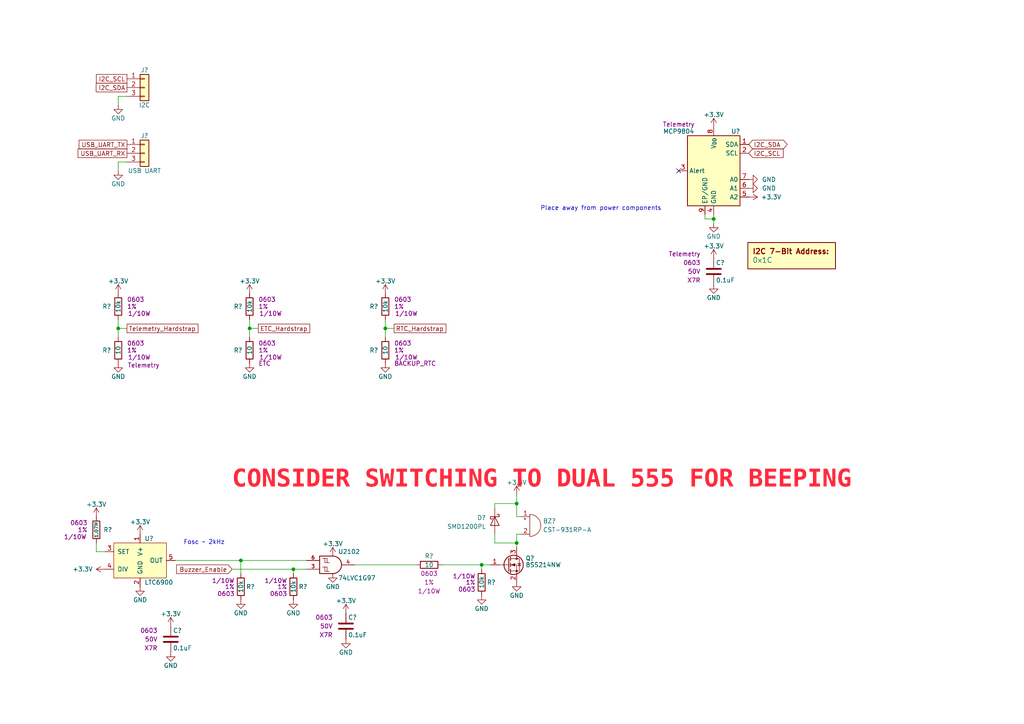
<source format=kicad_sch>
(kicad_sch (version 20230121) (generator eeschema)
  (paper "A4")
  (lib_symbols
    (symbol "Connector_Generic:Conn_01x03" (pin_names (offset 1.016) hide)
      (property "Reference" "J" (at 0 5.08 0))
      (property "Value" "Conn_01x03" (at 0 -5.08 0))
      (symbol "Conn_01x03_1_1"
        (rectangle (start -1.27 -2.413) (end 0 -2.667) (stroke (width 0.1524)))
        (rectangle (start -1.27 0.127) (end 0 -0.127) (stroke (width 0.1524)))
        (rectangle (start -1.27 2.667) (end 0 2.413) (stroke (width 0.1524)))
        (rectangle (start -1.27 3.81) (end 1.27 -3.81) (stroke (width 0.254)) (fill (type background)))
        (pin passive line (at -5.08 2.54 0) (length 3.81) (name "Pin_1") (number "1"))
        (pin passive line (at -5.08 0 0) (length 3.81) (name "Pin_2") (number "2"))
        (pin passive line (at -5.08 -2.54 0) (length 3.81) (name "Pin_3") (number "3"))
      )
    )
    (symbol "Custom Library:74LVC1G97_Power_AND" (pin_names (offset 1.016) hide)
      (property "Reference" "U" (at 1.524 3.81 0))
      (property "Value" "74LVC1G97_Power_AND" (at 1.524 -3.81 0))
      (symbol "74LVC1G97_Power_AND_1_1"
        (arc (start 0 -2.54) (mid 2.529 0) (end 0 2.54) (stroke (width 0.254)))
        (polyline (pts (xy -2.286 -0.635) (xy -1.651 -0.635) (xy -1.651 -1.905)))
        (polyline (pts (xy -2.286 1.905) (xy -1.651 1.905) (xy -1.651 0.635)))
        (polyline (pts (xy -2.921 -0.635) (xy -2.286 -0.635) (xy -2.286 -1.905) (xy -1.016 -1.905)))
        (polyline (pts (xy -2.921 1.905) (xy -2.286 1.905) (xy -2.286 0.635) (xy -1.016 0.635)))
        (polyline (pts (xy 0 -2.54) (xy -3.81 -2.54) (xy -3.81 2.54) (xy 0 2.54)) (stroke (width 0.254)))
        (pin power_in line (at 0 -2.54 270) (length 0) (name "GND") (number "1"))
        (pin power_in line (at 0 -2.54 270) (length 0) (name "GND") (number "2"))
        (pin input line (at -7.62 -1.27 0) (length 3.81) (name "~") (number "3"))
        (pin output line (at 6.35 0 180) (length 3.81) (name "~") (number "4"))
        (pin power_in line (at 0 2.54 90) (length 0) (name "VCC") (number "5"))
        (pin input line (at -7.62 1.27 0) (length 3.81) (name "~") (number "6"))
      )
    )
    (symbol "Custom_Library:C_Custom" (pin_numbers hide) (pin_names (offset 0.254))
      (property "Reference" "C" (at 0.635 2.54 0))
      (property "Value" "Custom_Library_C_Custom" (at 0.635 -2.54 0))
      (property "display_footprint" "Foot" (at -3.81 2.54 0))
      (property "Voltage" "V" (at -3.81 0 0))
      (property "Dielectric" "Er" (at -3.81 -2.54 0))
      (symbol "C_Custom_0_1"
        (polyline (pts (xy -2.032 -0.762) (xy 2.032 -0.762)) (stroke (width 0.508)))
        (polyline (pts (xy -2.032 0.762) (xy 2.032 0.762)) (stroke (width 0.508)))
      )
      (symbol "C_Custom_1_1"
        (pin passive line (at 0 3.81 270) (length 2.794) (name "~") (number "1"))
        (pin passive line (at 0 -3.81 90) (length 2.794) (name "~") (number "2"))
      )
    )
    (symbol "Custom_Library:I2C_Address" (pin_names (offset 1.016))
      (property "Value" "Custom_Library_I2C_Address" (at -11.43 0 0))
      (symbol "I2C_Address_0_0"
        (rectangle (start -12.7 5.08) (end 12.7 -2.54) (stroke (width 0.254)) (fill (type background)))
        (text "I2C 7-Bit Address:" (at -11.43 2.54 0) (effects (font (size 1.524 1.524) bold) (justify left)))
      )
    )
    (symbol "Custom_Library:LTC6900" (pin_names (offset 1.016))
      (property "Reference" "U" (at 1.27 6.35 0))
      (property "Value" "Custom_Library_LTC6900" (at 1.27 -6.35 0))
      (symbol "LTC6900_0_1"
        (rectangle (start -7.62 5.08) (end 7.62 -5.08) (fill (type background)))
      )
      (symbol "LTC6900_1_1"
        (pin power_in line (at 0 7.62 270) (length 2.54) (name "V+") (number "1"))
        (pin power_in line (at 0 -7.62 90) (length 2.54) (name "GND") (number "2"))
        (pin passive line (at -10.16 2.54 0) (length 2.54) (name "SET") (number "3"))
        (pin passive line (at -10.16 -2.54 0) (length 2.54) (name "DIV") (number "4"))
        (pin output line (at 10.16 0 180) (length 2.54) (name "OUT") (number "5"))
      )
    )
    (symbol "Custom_Library:R_Custom" (pin_numbers hide) (pin_names (offset 1.016) hide)
      (property "Reference" "R" (at -2.54 0 90))
      (property "Value" "Custom_Library_R_Custom" (at 0 0 90))
      (property "display_footprint" "Foot" (at 2.54 0 90))
      (property "Tolerance" "Tol" (at 5.08 0 90))
      (property "Wattage" "W" (at 7.62 0 90))
      (symbol "R_Custom_0_1"
        (rectangle (start 1.016 2.54) (end -1.016 -2.54) (stroke (width 0.254)))
      )
      (symbol "R_Custom_1_1"
        (pin passive line (at 0 3.81 270) (length 1.27) (name "1") (number "1"))
        (pin passive line (at 0 -3.81 90) (length 1.27) (name "2") (number "2"))
      )
    )
    (symbol "Device:Buzzer" (pin_names (offset 0.0254) hide)
      (property "Reference" "BZ" (at 3.81 1.27 0))
      (property "Value" "Buzzer" (at 3.81 -1.27 0))
      (symbol "Buzzer_0_1"
        (arc (start 0 -3.175) (mid 3.1612 0) (end 0 3.175))
        (polyline (pts (xy -1.651 1.905) (xy -1.143 1.905)))
        (polyline (pts (xy -1.397 2.159) (xy -1.397 1.651)))
        (polyline (pts (xy 0 3.175) (xy 0 -3.175)))
      )
      (symbol "Buzzer_1_1"
        (pin passive line (at -2.54 2.54 0) (length 2.54) (name "-") (number "1"))
        (pin passive line (at -2.54 -2.54 0) (length 2.54) (name "+") (number "2"))
      )
    )
    (symbol "Nixie-Clock-rescue:D_Schottky" (pin_numbers hide) (pin_names (offset 1.016) hide)
      (property "Reference" "D" (at 0 2.54 0))
      (property "Value" "D_Schottky" (at 0 -2.54 0))
      (symbol "D_Schottky_0_1"
        (polyline (pts (xy 1.27 0) (xy -1.27 0)))
        (polyline (pts (xy 1.27 1.27) (xy 1.27 -1.27) (xy -1.27 0) (xy 1.27 1.27)) (stroke (width 0.2032)))
        (polyline (pts (xy -1.905 0.635) (xy -1.905 1.27) (xy -1.27 1.27) (xy -1.27 -1.27) (xy -0.635 -1.27) (xy -0.635 -0.635)) (stroke (width 0.2032)))
      )
      (symbol "D_Schottky_1_1"
        (pin passive line (at -3.81 0 0) (length 2.54) (name "K") (number "1"))
        (pin passive line (at 3.81 0 180) (length 2.54) (name "A") (number "2"))
      )
    )
    (symbol "Sensor_Temperature:MCP9804_DFN"
      (property "Reference" "U" (at -6.35 11.43 0))
      (property "Value" "MCP9804_DFN" (at 10.16 11.43 0))
      (symbol "MCP9804_DFN_0_1"
        (rectangle (start -7.62 10.16) (end 7.62 -10.16) (stroke (width 0.254)) (fill (type background)))
      )
      (symbol "MCP9804_DFN_1_1"
        (pin bidirectional line (at -10.16 7.62 0) (length 2.54) (name "SDA") (number "1"))
        (pin input line (at -10.16 5.08 0) (length 2.54) (name "SCL") (number "2"))
        (pin output line (at 10.16 0 180) (length 2.54) (name "Alert") (number "3"))
        (pin power_in line (at 0 -12.7 90) (length 2.54) (name "GND") (number "4"))
        (pin input line (at -10.16 -7.62 0) (length 2.54) (name "A2") (number "5"))
        (pin input line (at -10.16 -5.08 0) (length 2.54) (name "A1") (number "6"))
        (pin input line (at -10.16 -2.54 0) (length 2.54) (name "A0") (number "7"))
        (pin power_in line (at 0 12.7 270) (length 2.54) (name "V_{DD}") (number "8"))
        (pin power_in line (at 2.54 -12.7 90) (length 2.54) (name "EP/GND") (number "9"))
      )
    )
    (symbol "Transistor_FET:BSS214NW" (pin_names hide)
      (property "Reference" "Q" (at 5.08 1.905 0))
      (property "Value" "BSS214NW" (at 5.08 0 0))
      (symbol "BSS214NW_0_1"
        (polyline (pts (xy 0.254 0) (xy -2.54 0)))
        (polyline (pts (xy 0.254 1.905) (xy 0.254 -1.905)) (stroke (width 0.254)))
        (polyline (pts (xy 0.762 -1.27) (xy 0.762 -2.286)) (stroke (width 0.254)))
        (polyline (pts (xy 0.762 0.508) (xy 0.762 -0.508)) (stroke (width 0.254)))
        (polyline (pts (xy 0.762 2.286) (xy 0.762 1.27)) (stroke (width 0.254)))
        (polyline (pts (xy 2.54 2.54) (xy 2.54 1.778)))
        (polyline (pts (xy 2.54 -2.54) (xy 2.54 0) (xy 0.762 0)))
        (polyline (pts (xy 0.762 -1.778) (xy 3.302 -1.778) (xy 3.302 1.778) (xy 0.762 1.778)))
        (polyline (pts (xy 1.016 0) (xy 2.032 0.381) (xy 2.032 -0.381) (xy 1.016 0)) (fill (type outline)))
        (polyline (pts (xy 2.794 0.508) (xy 2.921 0.381) (xy 3.683 0.381) (xy 3.81 0.254)))
        (polyline (pts (xy 3.302 0.381) (xy 2.921 -0.254) (xy 3.683 -0.254) (xy 3.302 0.381)))
        (circle (center 1.651 0) (radius 2.794) (stroke (width 0.254)))
        (circle (center 2.54 -1.778) (radius 0.254) (fill (type outline)))
        (circle (center 2.54 1.778) (radius 0.254) (fill (type outline)))
      )
      (symbol "BSS214NW_1_1"
        (pin input line (at -5.08 0 0) (length 2.54) (name "G") (number "1"))
        (pin passive line (at 2.54 -5.08 90) (length 2.54) (name "S") (number "2"))
        (pin passive line (at 2.54 5.08 270) (length 2.54) (name "D") (number "3"))
      )
    )
    (symbol "power:+3.3V" (power) (pin_names (offset 0))
      (property "Value" "+3.3V" (at 0 3.556 0))
      (symbol "+3.3V_0_1"
        (polyline (pts (xy -0.762 1.27) (xy 0 2.54)))
        (polyline (pts (xy 0 0) (xy 0 2.54)))
        (polyline (pts (xy 0 2.54) (xy 0.762 1.27)))
      )
      (symbol "+3.3V_1_1"
        (pin power_in line (at 0 0 90) (length 0) hide (name "+3.3V") (number "1"))
      )
    )
    (symbol "power:GND" (power) (pin_names (offset 0))
      (property "Value" "GND" (at 0 -3.81 0))
      (symbol "GND_0_1"
        (polyline (pts (xy 0 0) (xy 0 -1.27) (xy 1.27 -1.27) (xy 0 -2.54) (xy -1.27 -1.27) (xy 0 -1.27)))
      )
      (symbol "GND_1_1"
        (pin power_in line (at 0 0 270) (length 0) hide (name "GND") (number "1"))
      )
    )
  )
  (junction (at 111.76 95.25))
  (junction (at 149.86 146.05))
  (junction (at 139.7 163.83))
  (junction (at 85.09 165.1))
  (junction (at 69.85 162.56))
  (junction (at 207.01 63.5))
  (junction (at 34.29 95.25))
  (junction (at 149.86 157.48))
  (junction (at 72.39 95.25))
  (no_connect (at 196.85 49.53))
  (wire (pts (xy 27.94 160.02) (xy 30.48 160.02)))
  (wire (pts (xy 143.51 154.94) (xy 143.51 157.48)))
  (wire (pts (xy 88.9 165.1) (xy 85.09 165.1)))
  (wire (pts (xy 69.85 162.56) (xy 88.9 162.56)))
  (wire (pts (xy 149.86 149.86) (xy 149.86 146.05)))
  (wire (pts (xy 143.51 157.48) (xy 149.86 157.48)))
  (wire (pts (xy 72.39 95.25) (xy 72.39 97.79)))
  (wire (pts (xy 204.47 63.5) (xy 204.47 62.23)))
  (wire (pts (xy 149.86 143.51) (xy 149.86 146.05)))
  (wire (pts (xy 207.01 63.5) (xy 204.47 63.5)))
  (wire (pts (xy 72.39 92.71) (xy 72.39 95.25)))
  (wire (pts (xy 128.27 163.83) (xy 139.7 163.83)))
  (wire (pts (xy 149.86 157.48) (xy 149.86 158.75)))
  (wire (pts (xy 27.94 157.48) (xy 27.94 160.02)))
  (wire (pts (xy 151.13 149.86) (xy 149.86 149.86)))
  (wire (pts (xy 34.29 49.53) (xy 34.29 46.99)))
  (wire (pts (xy 69.85 166.37) (xy 69.85 162.56)))
  (wire (pts (xy 34.29 27.94) (xy 36.83 27.94)))
  (wire (pts (xy 34.29 92.71) (xy 34.29 95.25)))
  (wire (pts (xy 34.29 46.99) (xy 36.83 46.99)))
  (wire (pts (xy 207.01 64.77) (xy 207.01 63.5)))
  (wire (pts (xy 85.09 165.1) (xy 67.31 165.1)))
  (wire (pts (xy 143.51 147.32) (xy 143.51 146.05)))
  (wire (pts (xy 111.76 92.71) (xy 111.76 95.25)))
  (wire (pts (xy 143.51 146.05) (xy 149.86 146.05)))
  (wire (pts (xy 85.09 166.37) (xy 85.09 165.1)))
  (wire (pts (xy 139.7 163.83) (xy 139.7 165.1)))
  (wire (pts (xy 74.93 95.25) (xy 72.39 95.25)))
  (wire (pts (xy 34.29 95.25) (xy 34.29 97.79)))
  (wire (pts (xy 149.86 154.94) (xy 149.86 157.48)))
  (wire (pts (xy 207.01 63.5) (xy 207.01 62.23)))
  (wire (pts (xy 111.76 95.25) (xy 111.76 97.79)))
  (wire (pts (xy 151.13 154.94) (xy 149.86 154.94)))
  (wire (pts (xy 120.65 163.83) (xy 102.87 163.83)))
  (wire (pts (xy 34.29 30.48) (xy 34.29 27.94)))
  (wire (pts (xy 142.24 163.83) (xy 139.7 163.83)))
  (wire (pts (xy 114.3 95.25) (xy 111.76 95.25)))
  (wire (pts (xy 50.8 162.56) (xy 69.85 162.56)))
  (wire (pts (xy 36.83 95.25) (xy 34.29 95.25)))
  (text "Fosc ~ 2kHz" (at 53.213 158.115 0) (effects (font (size 1.27 1.27)) (justify left bottom)))
  (text "Place away from power components" (at 156.718 61.214 0) (effects (font (size 1.27 1.27)) (justify left bottom)))
  (text "CONSIDER SWITCHING TO DUAL 555 FOR BEEPING" (at 67.31 143.51 0) (effects (font (size 5.08 5.08) (thickness 0.254) bold) (justify left bottom)))
  (global_label "USB_UART_RX" (shape passive) (at 36.83 44.45 180) (property "Intersheetrefs" "${INTERSHEET_REFS}" (effects hide)))
  (global_label "USB_UART_TX" (shape passive) (at 36.83 41.91 180) (property "Intersheetrefs" "${INTERSHEET_REFS}" (effects hide)))
  (global_label "ETC_Hardstrap" (shape passive) (at 74.93 95.25 0) (property "Intersheetrefs" "${INTERSHEET_REFS}" (effects hide)))
  (global_label "I2C_SDA" (shape bidirectional) (at 217.17 41.91 0) (property "Intersheetrefs" "${INTERSHEET_REFS}" (effects hide)))
  (global_label "RTC_Hardstrap" (shape passive) (at 114.3 95.25 0) (property "Intersheetrefs" "${INTERSHEET_REFS}" (effects hide)))
  (global_label "Buzzer_Enable" (shape input) (at 67.31 165.1 180) (property "Intersheetrefs" "${INTERSHEET_REFS}" (effects hide)))
  (global_label "I2C_SCL" (shape passive) (at 36.83 22.86 180) (property "Intersheetrefs" "${INTERSHEET_REFS}" (effects hide)))
  (global_label "Telemetry_Hardstrap" (shape passive) (at 36.83 95.25 0) (property "Intersheetrefs" "${INTERSHEET_REFS}" (effects hide)))
  (global_label "I2C_SDA" (shape passive) (at 36.83 25.4 180) (property "Intersheetrefs" "${INTERSHEET_REFS}" (effects hide)))
  (global_label "I2C_SCL" (shape input) (at 217.17 44.45 0) (property "Intersheetrefs" "${INTERSHEET_REFS}" (effects hide)))
  (symbol (lib_id "power:GND") (at 217.17 54.61 90) (mirror x) (unit 1)
    (property "Reference" "#PWR?" (effects hide))
    (property "Value" "GND" (at 220.98 54.61 90) (effects (justify right)))
    (instances (project "Analog_Clock" (path "" (reference "#PWR?") (unit 1)) (path "" (reference "#PWR?") (unit 1)) (path "" (reference "#PWR?") (unit 1)) (path "" (reference "#PWR?") (unit 1)) (path "" (reference "#PWR?") (unit 1)) (path "" (reference "#PWR?") (unit 1)) (path "" (reference "#PWR?") (unit 1))) (project "Nixie_Clock_Core" (path "" (reference "#PWR02129") (unit 1))))
  )
  (symbol (lib_id "Custom_Library:R_Custom") (at 34.29 101.6 0) (unit 1)
    (property "Reference" "R?" (at 32.258 101.6 0) (effects (justify right)))
    (property "Value" "10" (at 34.29 101.6 90))
    (property "Footprint" "Resistors_SMD:R_0603" (effects hide))
    (property "display_footprint" "0603" (at 36.83 99.568 0) (effects (justify left)))
    (property "Tolerance" "1%" (at 36.83 101.6 0) (effects (justify left)))
    (property "Wattage" "1/10W" (at 37.084 103.632 0) (effects (justify left)))
    (property "Configuration" "Telemetry" (at 41.656 105.918 0))
    (instances (project "Analog_Clock" (path "" (reference "R?") (unit 1)) (path "" (reference "R?") (unit 1)) (path "" (reference "R?") (unit 1)) (path "" (reference "R?") (unit 1)) (path "" (reference "R?") (unit 1)) (path "" (reference "R?") (unit 1)) (path "" (reference "R?") (unit 1)) (path "" (reference "R?") (unit 1)) (path "" (reference "R?") (unit 1)) (path "" (reference "R?") (unit 1)) (path "" (reference "R?") (unit 1)) (path "" (reference "R?") (unit 1)) (path "" (reference "R?") (unit 1))) (project "Nixie_Clock_Core" (path "" (reference "R2103") (unit 1))))
  )
  (symbol (lib_id "power:+3.3V") (at 40.64 154.94 0) (unit 1)
    (property "Reference" "#PWR?" (effects hide))
    (property "Value" "+3.3V" (at 40.64 151.384 0))
    (instances (project "Analog_Clock" (path "" (reference "#PWR?") (unit 1))) (project "Nixie_Clock_Core" (path "" (reference "#PWR02111") (unit 1))))
  )
  (symbol (lib_id "power:GND") (at 149.86 168.91 0) (unit 1)
    (property "Reference" "#PWR?" (effects hide))
    (property "Value" "GND" (at 149.86 172.72 0))
    (instances (project "Analog_Clock" (path "" (reference "#PWR?") (unit 1))) (project "Nixie_Clock_Core" (path "" (reference "#PWR02123") (unit 1))))
  )
  (symbol (lib_id "power:+3.3V") (at 49.53 181.61 0) (unit 1)
    (property "Reference" "#PWR?" (effects hide))
    (property "Value" "+3.3V" (at 49.53 178.054 0))
    (instances (project "Analog_Clock" (path "" (reference "#PWR?") (unit 1)) (path "" (reference "#PWR?") (unit 1)) (path "" (reference "#PWR?") (unit 1)) (path "" (reference "#PWR?") (unit 1)) (path "" (reference "#PWR?") (unit 1)) (path "" (reference "#PWR?") (unit 1))) (project "Nixie_Clock_Core" (path "" (reference "#PWR02113") (unit 1))))
  )
  (symbol (lib_id "power:+3.3V") (at 27.94 149.86 0) (unit 1)
    (property "Reference" "#PWR?" (effects hide))
    (property "Value" "+3.3V" (at 27.94 146.304 0))
    (instances (project "Analog_Clock" (path "" (reference "#PWR?") (unit 1))) (project "Nixie_Clock_Core" (path "" (reference "#PWR02105") (unit 1))))
  )
  (symbol (lib_id "Custom_Library:R_Custom") (at 85.09 170.18 180) (unit 1)
    (property "Reference" "R?" (at 86.614 170.18 0) (effects (justify right)))
    (property "Value" "10k" (at 85.09 170.18 90))
    (property "Footprint" "Resistors_SMD:R_0603" (effects hide))
    (property "display_footprint" "0603" (at 83.312 172.212 0) (effects (justify left)))
    (property "Tolerance" "1%" (at 83.312 170.18 0) (effects (justify left)))
    (property "Wattage" "1/10W" (at 83.312 168.402 0) (effects (justify left)))
    (instances (project "Analog_Clock" (path "" (reference "R?") (unit 1)) (path "" (reference "R?") (unit 1)) (path "" (reference "R?") (unit 1))) (project "Nixie_Clock_Core" (path "" (reference "R2107") (unit 1))))
  )
  (symbol (lib_id "power:+3.3V") (at 96.52 161.29 0) (unit 1)
    (property "Reference" "#PWR?" (effects hide))
    (property "Value" "+3.3V" (at 96.52 157.734 0))
    (instances (project "Analog_Clock" (path "" (reference "#PWR?") (unit 1))) (project "Nixie_Clock_Core" (path "" (reference "#PWR02117") (unit 1))))
  )
  (symbol (lib_id "Connector_Generic:Conn_01x03") (at 41.91 25.4 0) (unit 1)
    (property "Reference" "J?" (at 41.91 20.32 0))
    (property "Value" "I2C" (at 41.91 30.48 0))
    (property "Footprint" "Connector_PinHeader_2.54mm:PinHeader_1x03_P2.54mm_Vertical" (effects hide))
    (instances (project "Analog_Clock" (path "" (reference "J?") (unit 1)) (path "" (reference "J?") (unit 1)) (path "" (reference "J?") (unit 1))) (project "Nixie_Clock_Core" (path "" (reference "J2101") (unit 1))))
  )
  (symbol (lib_id "Custom_Library:R_Custom") (at 72.39 88.9 0) (unit 1)
    (property "Reference" "R?" (at 70.358 88.9 0) (effects (justify right)))
    (property "Value" "10k" (at 72.39 88.9 90))
    (property "Footprint" "Resistors_SMD:R_0603" (effects hide))
    (property "display_footprint" "0603" (at 74.93 86.868 0) (effects (justify left)))
    (property "Tolerance" "1%" (at 74.93 88.9 0) (effects (justify left)))
    (property "Wattage" "1/10W" (at 75.184 90.932 0) (effects (justify left)))
    (instances (project "Analog_Clock" (path "" (reference "R?") (unit 1)) (path "" (reference "R?") (unit 1)) (path "" (reference "R?") (unit 1)) (path "" (reference "R?") (unit 1)) (path "" (reference "R?") (unit 1)) (path "" (reference "R?") (unit 1)) (path "" (reference "R?") (unit 1)) (path "" (reference "R?") (unit 1)) (path "" (reference "R?") (unit 1)) (path "" (reference "R?") (unit 1)) (path "" (reference "R?") (unit 1)) (path "" (reference "R?") (unit 1)) (path "" (reference "R?") (unit 1))) (project "Nixie_Clock_Core" (path "" (reference "R2105") (unit 1))))
  )
  (symbol (lib_id "Custom_Library:R_Custom") (at 34.29 88.9 0) (unit 1)
    (property "Reference" "R?" (at 32.258 88.9 0) (effects (justify right)))
    (property "Value" "10k" (at 34.29 88.9 90))
    (property "Footprint" "Resistors_SMD:R_0603" (effects hide))
    (property "display_footprint" "0603" (at 36.83 86.868 0) (effects (justify left)))
    (property "Tolerance" "1%" (at 36.83 88.9 0) (effects (justify left)))
    (property "Wattage" "1/10W" (at 37.084 90.932 0) (effects (justify left)))
    (instances (project "Analog_Clock" (path "" (reference "R?") (unit 1)) (path "" (reference "R?") (unit 1)) (path "" (reference "R?") (unit 1)) (path "" (reference "R?") (unit 1)) (path "" (reference "R?") (unit 1)) (path "" (reference "R?") (unit 1)) (path "" (reference "R?") (unit 1)) (path "" (reference "R?") (unit 1)) (path "" (reference "R?") (unit 1)) (path "" (reference "R?") (unit 1)) (path "" (reference "R?") (unit 1)) (path "" (reference "R?") (unit 1)) (path "" (reference "R?") (unit 1))) (project "Nixie_Clock_Core" (path "" (reference "R2102") (unit 1))))
  )
  (symbol (lib_id "Transistor_FET:BSS214NW") (at 147.32 163.83 0) (unit 1)
    (property "Reference" "Q?" (at 152.4 161.925 0) (effects (justify left)))
    (property "Value" "BSS214NW" (at 152.4 163.83 0) (effects (justify left)))
    (property "Footprint" "Package_TO_SOT_SMD:SOT-323_SC-70" (effects hide))
    (property "Datasheet" "https://www.infineon.com/dgdl/Infineon-BSS214NW-DS-v02_02-en.pdf?fileId=db3a30431b3e89eb011b695aebc01bde" (effects hide))
    (property "Digi-Key PN" "BSS214NWH6327XTSA1CT-ND" (effects hide))
    (instances (project "Analog_Clock" (path "" (reference "Q?") (unit 1)) (path "" (reference "Q?") (unit 1)) (path "" (reference "Q?") (unit 1)) (path "" (reference "Q?") (unit 1)) (path "" (reference "Q?") (unit 1)) (path "" (reference "Q?") (unit 1)) (path "" (reference "Q?") (unit 1))) (project "Nixie_Clock_Core" (path "" (reference "Q2101") (unit 1))))
  )
  (symbol (lib_id "Custom_Library:I2C_Address") (at 229.616 75.438 0) (unit 1)
    (property "Reference" "DOC?" (effects hide))
    (property "Value" "0x1C" (at 218.186 75.438 0) (effects (font (size 1.524 1.524)) (justify left)))
    (instances (project "Analog_Clock" (path "" (reference "DOC?") (unit 1)) (path "" (reference "DOC?") (unit 1)) (path "" (reference "DOC?") (unit 1)) (path "" (reference "DOC?") (unit 1)) (path "" (reference "DOC?") (unit 1)) (path "" (reference "DOC?") (unit 1))) (project "Nixie_Clock_Core" (path "" (reference "DOC2101") (unit 1))))
  )
  (symbol (lib_id "Custom_Library:R_Custom") (at 27.94 153.67 0) (mirror y) (unit 1)
    (property "Reference" "R?" (at 29.972 153.67 0) (effects (justify right)))
    (property "Value" "1.07M" (at 27.94 153.67 90) (effects (font (size 1.016 1.016))))
    (property "Footprint" "Resistors_SMD:R_0603" (effects hide))
    (property "display_footprint" "0603" (at 25.4 151.638 0) (effects (justify left)))
    (property "Tolerance" "1%" (at 25.4 153.67 0) (effects (justify left)))
    (property "Wattage" "1/10W" (at 25.146 155.702 0) (effects (justify left)))
    (instances (project "Analog_Clock" (path "" (reference "R?") (unit 1)) (path "" (reference "R?") (unit 1)) (path "" (reference "R?") (unit 1)) (path "" (reference "R?") (unit 1)) (path "" (reference "R?") (unit 1)) (path "" (reference "R?") (unit 1)) (path "" (reference "R?") (unit 1)) (path "" (reference "R?") (unit 1)) (path "" (reference "R?") (unit 1)) (path "" (reference "R?") (unit 1)) (path "" (reference "R?") (unit 1))) (project "Nixie_Clock_Core" (path "" (reference "R2101") (unit 1))))
  )
  (symbol (lib_id "power:+3.3V") (at 34.29 85.09 0) (unit 1)
    (property "Reference" "#PWR?" (effects hide))
    (property "Value" "+3.3V" (at 34.29 81.534 0))
    (instances (project "Analog_Clock" (path "" (reference "#PWR?") (unit 1))) (project "Nixie_Clock_Core" (path "" (reference "#PWR02109") (unit 1))))
  )
  (symbol (lib_id "power:+3.3V") (at 111.76 85.09 0) (unit 1)
    (property "Reference" "#PWR?" (effects hide))
    (property "Value" "+3.3V" (at 111.76 81.534 0))
    (instances (project "Analog_Clock" (path "" (reference "#PWR?") (unit 1))) (project "Nixie_Clock_Core" (path "" (reference "#PWR02103") (unit 1))))
  )
  (symbol (lib_id "Custom_Library:C_Custom") (at 100.33 181.61 0) (unit 1)
    (property "Reference" "C?" (at 100.965 179.07 0) (effects (justify left)))
    (property "Value" "0.1uF" (at 100.965 184.15 0) (effects (justify left)))
    (property "Footprint" "Capacitors_SMD:C_0603" (effects hide))
    (property "display_footprint" "0603" (at 96.52 179.07 0) (effects (justify right)))
    (property "Voltage" "50V" (at 96.52 181.61 0) (effects (justify right)))
    (property "Dielectric" "X7R" (at 96.52 184.15 0) (effects (justify right)))
    (property "Digi-Key PN" "1276-1935-1-ND" (effects hide))
    (instances (project "Analog_Clock" (path "" (reference "C?") (unit 1)) (path "" (reference "C?") (unit 1)) (path "" (reference "C?") (unit 1)) (path "" (reference "C?") (unit 1)) (path "" (reference "C?") (unit 1)) (path "" (reference "C?") (unit 1)) (path "" (reference "C?") (unit 1))) (project "Nixie_Clock_Core" (path "" (reference "C2102") (unit 1))))
  )
  (symbol (lib_id "Custom_Library:C_Custom") (at 207.01 78.74 0) (unit 1)
    (property "Reference" "C?" (at 207.645 76.2 0) (effects (justify left)))
    (property "Value" "0.1uF" (at 207.645 81.28 0) (effects (justify left)))
    (property "Footprint" "Capacitors_SMD:C_0603" (effects hide))
    (property "display_footprint" "0603" (at 203.2 76.2 0) (effects (justify right)))
    (property "Voltage" "50V" (at 203.2 78.74 0) (effects (justify right)))
    (property "Dielectric" "X7R" (at 203.2 81.28 0) (effects (justify right)))
    (property "Digi-Key PN" "1276-1935-1-ND" (effects hide))
    (property "Configuration" "Telemetry" (at 203.2 73.66 0) (effects (justify right)))
    (instances (project "Analog_Clock" (path "" (reference "C?") (unit 1)) (path "" (reference "C?") (unit 1)) (path "" (reference "C?") (unit 1)) (path "" (reference "C?") (unit 1)) (path "" (reference "C?") (unit 1)) (path "" (reference "C?") (unit 1)) (path "" (reference "C?") (unit 1))) (project "Nixie_Clock_Core" (path "" (reference "C2103") (unit 1))))
  )
  (symbol (lib_id "power:GND") (at 34.29 30.48 0) (unit 1)
    (property "Reference" "#PWR?" (effects hide))
    (property "Value" "GND" (at 34.29 34.29 0))
    (instances (project "Analog_Clock" (path "" (reference "#PWR?") (unit 1)) (path "" (reference "#PWR?") (unit 1)) (path "" (reference "#PWR?") (unit 1))) (project "Nixie_Clock_Core" (path "" (reference "#PWR02107") (unit 1))))
  )
  (symbol (lib_id "power:GND") (at 85.09 173.99 0) (unit 1)
    (property "Reference" "#PWR?" (effects hide))
    (property "Value" "GND" (at 85.09 177.8 0))
    (instances (project "Analog_Clock" (path "" (reference "#PWR?") (unit 1))) (project "Nixie_Clock_Core" (path "" (reference "#PWR02116") (unit 1))))
  )
  (symbol (lib_id "Custom_Library:C_Custom") (at 49.53 185.42 0) (unit 1)
    (property "Reference" "C?" (at 50.165 182.88 0) (effects (justify left)))
    (property "Value" "0.1uF" (at 50.165 187.96 0) (effects (justify left)))
    (property "Footprint" "Capacitors_SMD:C_0603" (effects hide))
    (property "display_footprint" "0603" (at 45.72 182.88 0) (effects (justify right)))
    (property "Voltage" "50V" (at 45.72 185.42 0) (effects (justify right)))
    (property "Dielectric" "X7R" (at 45.72 187.96 0) (effects (justify right)))
    (property "Digi-Key PN" "1276-1935-1-ND" (effects hide))
    (instances (project "Analog_Clock" (path "" (reference "C?") (unit 1)) (path "" (reference "C?") (unit 1)) (path "" (reference "C?") (unit 1)) (path "" (reference "C?") (unit 1)) (path "" (reference "C?") (unit 1)) (path "" (reference "C?") (unit 1)) (path "" (reference "C?") (unit 1))) (project "Nixie_Clock_Core" (path "" (reference "C2101") (unit 1))))
  )
  (symbol (lib_id "power:GND") (at 217.17 52.07 90) (mirror x) (unit 1)
    (property "Reference" "#PWR?" (effects hide))
    (property "Value" "GND" (at 220.98 52.07 90) (effects (justify right)))
    (instances (project "Analog_Clock" (path "" (reference "#PWR?") (unit 1)) (path "" (reference "#PWR?") (unit 1)) (path "" (reference "#PWR?") (unit 1)) (path "" (reference "#PWR?") (unit 1)) (path "" (reference "#PWR?") (unit 1)) (path "" (reference "#PWR?") (unit 1)) (path "" (reference "#PWR?") (unit 1))) (project "Nixie_Clock_Core" (path "" (reference "#PWR02128") (unit 1))))
  )
  (symbol (lib_id "Custom_Library:R_Custom") (at 111.76 88.9 0) (unit 1)
    (property "Reference" "R?" (at 109.728 88.9 0) (effects (justify right)))
    (property "Value" "10k" (at 111.76 88.9 90))
    (property "Footprint" "Resistors_SMD:R_0603" (effects hide))
    (property "display_footprint" "0603" (at 114.3 86.868 0) (effects (justify left)))
    (property "Tolerance" "1%" (at 114.3 88.9 0) (effects (justify left)))
    (property "Wattage" "1/10W" (at 114.554 90.932 0) (effects (justify left)))
    (instances (project "Analog_Clock" (path "" (reference "R?") (unit 1)) (path "" (reference "R?") (unit 1)) (path "" (reference "R?") (unit 1)) (path "" (reference "R?") (unit 1)) (path "" (reference "R?") (unit 1)) (path "" (reference "R?") (unit 1)) (path "" (reference "R?") (unit 1)) (path "" (reference "R?") (unit 1)) (path "" (reference "R?") (unit 1)) (path "" (reference "R?") (unit 1)) (path "" (reference "R?") (unit 1)) (path "" (reference "R?") (unit 1)) (path "" (reference "R?") (unit 1))) (project "Nixie_Clock_Core" (path "" (reference "R2108") (unit 1))))
  )
  (symbol (lib_id "Custom_Library:R_Custom") (at 124.46 163.83 270) (unit 1)
    (property "Reference" "R?" (at 124.46 161.29 90))
    (property "Value" "10" (at 124.46 163.83 90))
    (property "Footprint" "Resistors_SMD:R_0603" (effects hide))
    (property "display_footprint" "0603" (at 124.46 166.37 90))
    (property "Tolerance" "1%" (at 124.46 168.91 90))
    (property "Wattage" "1/10W" (at 124.46 171.45 90))
    (instances (project "Analog_Clock" (path "" (reference "R?") (unit 1))) (project "Nixie_Clock_Core" (path "" (reference "R2110") (unit 1))))
  )
  (symbol (lib_id "Connector_Generic:Conn_01x03") (at 41.91 44.45 0) (unit 1)
    (property "Reference" "J?" (at 41.91 39.37 0))
    (property "Value" "USB UART" (at 41.91 49.53 0))
    (property "Footprint" "Connector_PinHeader_2.54mm:PinHeader_1x03_P2.54mm_Vertical" (effects hide))
    (instances (project "Analog_Clock" (path "" (reference "J?") (unit 1)) (path "" (reference "J?") (unit 1)) (path "" (reference "J?") (unit 1))) (project "Nixie_Clock_Core" (path "" (reference "J2102") (unit 1))))
  )
  (symbol (lib_id "power:+3.3V") (at 149.86 143.51 0) (unit 1)
    (property "Reference" "#PWR?" (effects hide))
    (property "Value" "+3.3V" (at 149.86 139.954 0))
    (instances (project "Analog_Clock" (path "" (reference "#PWR?") (unit 1))) (project "Nixie_Clock_Core" (path "" (reference "#PWR02122") (unit 1))))
  )
  (symbol (lib_id "power:GND") (at 139.7 172.72 0) (unit 1)
    (property "Reference" "#PWR?" (effects hide))
    (property "Value" "GND" (at 139.7 176.53 0))
    (instances (project "Analog_Clock" (path "" (reference "#PWR?") (unit 1))) (project "Nixie_Clock_Core" (path "" (reference "#PWR02121") (unit 1))))
  )
  (symbol (lib_id "power:GND") (at 34.29 105.41 0) (unit 1)
    (property "Reference" "#PWR?" (effects hide))
    (property "Value" "GND" (at 34.29 109.22 0))
    (instances (project "Analog_Clock" (path "" (reference "#PWR?") (unit 1))) (project "Nixie_Clock_Core" (path "" (reference "#PWR02110") (unit 1))))
  )
  (symbol (lib_id "Custom Library:74LVC1G97_Power_AND") (at 96.52 163.83 0) (unit 1)
    (property "Reference" "U2102" (at 98.044 160.02 0) (effects (justify left)))
    (property "Value" "74LVC1G97" (at 98.044 167.64 0) (effects (justify left)))
    (property "Footprint" "Package_TO_SOT_SMD:SOT-363_SC-70-6" (effects hide))
    (property "Datasheet" "http://www.ti.com/lit/ds/symlink/sn74lvc1g97.pdf" (effects hide))
  )
  (symbol (lib_id "Custom_Library:R_Custom") (at 111.76 101.6 0) (unit 1)
    (property "Reference" "R?" (at 109.728 101.6 0) (effects (justify right)))
    (property "Value" "10" (at 111.76 101.6 90))
    (property "Footprint" "Resistors_SMD:R_0603" (effects hide))
    (property "display_footprint" "0603" (at 114.3 99.568 0) (effects (justify left)))
    (property "Tolerance" "1%" (at 114.3 101.6 0) (effects (justify left)))
    (property "Wattage" "1/10W" (at 114.554 103.632 0) (effects (justify left)))
    (property "Configuration" "BACKUP_RTC" (at 114.3 105.41 0) (effects (justify left)))
    (instances (project "Analog_Clock" (path "" (reference "R?") (unit 1)) (path "" (reference "R?") (unit 1)) (path "" (reference "R?") (unit 1)) (path "" (reference "R?") (unit 1)) (path "" (reference "R?") (unit 1)) (path "" (reference "R?") (unit 1)) (path "" (reference "R?") (unit 1)) (path "" (reference "R?") (unit 1)) (path "" (reference "R?") (unit 1)) (path "" (reference "R?") (unit 1)) (path "" (reference "R?") (unit 1)) (path "" (reference "R?") (unit 1)) (path "" (reference "R?") (unit 1))) (project "Nixie_Clock_Core" (path "" (reference "R2109") (unit 1))))
  )
  (symbol (lib_id "Custom_Library:LTC6900") (at 40.64 162.56 0) (unit 1)
    (property "Reference" "U?" (at 41.91 156.21 0) (effects (justify left)))
    (property "Value" "LTC6900" (at 41.91 168.91 0) (effects (justify left)))
    (property "Footprint" "Package_TO_SOT_SMD:SOT-23-5" (effects hide))
    (property "Datasheet" "https://www.analog.com/media/en/technical-documentation/data-sheets/6900fa.pdf" (effects hide))
    (property "Digi-Key PN" "LTC6900CS5#TRMPBFCT-ND" (effects hide))
    (instances (project "Analog_Clock" (path "" (reference "U?") (unit 1))) (project "Nixie_Clock_Core" (path "" (reference "U2101") (unit 1))))
  )
  (symbol (lib_id "power:GND") (at 40.64 170.18 0) (unit 1)
    (property "Reference" "#PWR?" (effects hide))
    (property "Value" "GND" (at 40.64 173.99 0))
    (instances (project "Analog_Clock" (path "" (reference "#PWR?") (unit 1))) (project "Nixie_Clock_Core" (path "" (reference "#PWR02112") (unit 1))))
  )
  (symbol (lib_id "power:GND") (at 100.33 185.42 0) (unit 1)
    (property "Reference" "#PWR?" (effects hide))
    (property "Value" "GND" (at 100.33 189.23 0))
    (instances (project "Analog_Clock" (path "" (reference "#PWR?") (unit 1)) (path "" (reference "#PWR?") (unit 1)) (path "" (reference "#PWR?") (unit 1)) (path "" (reference "#PWR?") (unit 1)) (path "" (reference "#PWR?") (unit 1)) (path "" (reference "#PWR?") (unit 1))) (project "Nixie_Clock_Core" (path "" (reference "#PWR02120") (unit 1))))
  )
  (symbol (lib_id "Sensor_Temperature:MCP9804_DFN") (at 207.01 49.53 0) (mirror y) (unit 1)
    (property "Reference" "U?" (at 213.36 38.1 0))
    (property "Value" "MCP9804" (at 196.85 38.1 0))
    (property "Footprint" "Package_DFN_QFN:DFN-8-1EP_3x2mm_P0.5mm_EP1.3x1.5mm" (effects hide))
    (property "Datasheet" "http://ww1.microchip.com/downloads/en/DeviceDoc/22203b.pdf" (effects hide))
    (property "Digi-Key PN" "MCP9804T-E/MCCT-ND" (effects hide))
    (property "Configuration" "Telemetry" (at 196.85 36.068 0))
    (instances (project "Analog_Clock" (path "" (reference "U?") (unit 1)) (path "" (reference "U?") (unit 1)) (path "" (reference "U?") (unit 1)) (path "" (reference "U?") (unit 1)) (path "" (reference "U?") (unit 1)) (path "" (reference "U?") (unit 1)) (path "" (reference "U?") (unit 1)) (path "" (reference "U?") (unit 1))) (project "Nixie_Clock_Core" (path "" (reference "U2103") (unit 1))))
  )
  (symbol (lib_id "power:GND") (at 207.01 82.55 0) (unit 1)
    (property "Reference" "#PWR?" (effects hide))
    (property "Value" "GND" (at 207.01 86.36 0))
    (instances (project "Analog_Clock" (path "" (reference "#PWR?") (unit 1)) (path "" (reference "#PWR?") (unit 1)) (path "" (reference "#PWR?") (unit 1)) (path "" (reference "#PWR?") (unit 1)) (path "" (reference "#PWR?") (unit 1)) (path "" (reference "#PWR?") (unit 1))) (project "Nixie_Clock_Core" (path "" (reference "#PWR02127") (unit 1))))
  )
  (symbol (lib_id "Custom_Library:R_Custom") (at 72.39 101.6 0) (unit 1)
    (property "Reference" "R?" (at 70.358 101.6 0) (effects (justify right)))
    (property "Value" "10" (at 72.39 101.6 90))
    (property "Footprint" "Resistors_SMD:R_0603" (effects hide))
    (property "display_footprint" "0603" (at 74.93 99.568 0) (effects (justify left)))
    (property "Tolerance" "1%" (at 74.93 101.6 0) (effects (justify left)))
    (property "Wattage" "1/10W" (at 75.184 103.632 0) (effects (justify left)))
    (property "Configuration" "ETC" (at 74.93 105.41 0) (effects (justify left)))
    (instances (project "Analog_Clock" (path "" (reference "R?") (unit 1)) (path "" (reference "R?") (unit 1)) (path "" (reference "R?") (unit 1)) (path "" (reference "R?") (unit 1)) (path "" (reference "R?") (unit 1)) (path "" (reference "R?") (unit 1)) (path "" (reference "R?") (unit 1)) (path "" (reference "R?") (unit 1)) (path "" (reference "R?") (unit 1)) (path "" (reference "R?") (unit 1)) (path "" (reference "R?") (unit 1)) (path "" (reference "R?") (unit 1)) (path "" (reference "R?") (unit 1))) (project "Nixie_Clock_Core" (path "" (reference "R2106") (unit 1))))
  )
  (symbol (lib_id "power:GND") (at 34.29 49.53 0) (unit 1)
    (property "Reference" "#PWR?" (effects hide))
    (property "Value" "GND" (at 34.29 53.34 0))
    (instances (project "Analog_Clock" (path "" (reference "#PWR?") (unit 1)) (path "" (reference "#PWR?") (unit 1)) (path "" (reference "#PWR?") (unit 1))) (project "Nixie_Clock_Core" (path "" (reference "#PWR02108") (unit 1))))
  )
  (symbol (lib_id "power:+3.3V") (at 72.39 85.09 0) (unit 1)
    (property "Reference" "#PWR?" (effects hide))
    (property "Value" "+3.3V" (at 72.39 81.534 0))
    (instances (project "Analog_Clock" (path "" (reference "#PWR?") (unit 1))) (project "Nixie_Clock_Core" (path "" (reference "#PWR02101") (unit 1))))
  )
  (symbol (lib_id "power:+3.3V") (at 30.48 165.1 90) (unit 1)
    (property "Reference" "#PWR?" (effects hide))
    (property "Value" "+3.3V" (at 26.924 165.1 90) (effects (justify left)))
    (instances (project "Analog_Clock" (path "" (reference "#PWR?") (unit 1))) (project "Nixie_Clock_Core" (path "" (reference "#PWR02106") (unit 1))))
  )
  (symbol (lib_id "power:GND") (at 111.76 105.41 0) (unit 1)
    (property "Reference" "#PWR?" (effects hide))
    (property "Value" "GND" (at 111.76 109.22 0))
    (instances (project "Analog_Clock" (path "" (reference "#PWR?") (unit 1))) (project "Nixie_Clock_Core" (path "" (reference "#PWR02104") (unit 1))))
  )
  (symbol (lib_id "Custom_Library:R_Custom") (at 69.85 170.18 180) (unit 1)
    (property "Reference" "R?" (at 71.374 170.18 0) (effects (justify right)))
    (property "Value" "10k" (at 69.85 170.18 90))
    (property "Footprint" "Resistors_SMD:R_0603" (effects hide))
    (property "display_footprint" "0603" (at 68.072 172.212 0) (effects (justify left)))
    (property "Tolerance" "1%" (at 68.072 170.18 0) (effects (justify left)))
    (property "Wattage" "1/10W" (at 68.072 168.402 0) (effects (justify left)))
    (instances (project "Analog_Clock" (path "" (reference "R?") (unit 1)) (path "" (reference "R?") (unit 1)) (path "" (reference "R?") (unit 1))) (project "Nixie_Clock_Core" (path "" (reference "R2104") (unit 1))))
  )
  (symbol (lib_id "power:+3.3V") (at 207.01 36.83 0) (mirror y) (unit 1)
    (property "Reference" "#PWR?" (effects hide))
    (property "Value" "+3.3V" (at 207.01 33.274 0))
    (instances (project "Analog_Clock" (path "" (reference "#PWR?") (unit 1)) (path "" (reference "#PWR?") (unit 1)) (path "" (reference "#PWR?") (unit 1)) (path "" (reference "#PWR?") (unit 1)) (path "" (reference "#PWR?") (unit 1)) (path "" (reference "#PWR?") (unit 1))) (project "Nixie_Clock_Core" (path "" (reference "#PWR02124") (unit 1))))
  )
  (symbol (lib_id "power:GND") (at 69.85 173.99 0) (unit 1)
    (property "Reference" "#PWR?" (effects hide))
    (property "Value" "GND" (at 69.85 177.8 0))
    (instances (project "Analog_Clock" (path "" (reference "#PWR?") (unit 1))) (project "Nixie_Clock_Core" (path "" (reference "#PWR02115") (unit 1))))
  )
  (symbol (lib_id "power:GND") (at 72.39 105.41 0) (unit 1)
    (property "Reference" "#PWR?" (effects hide))
    (property "Value" "GND" (at 72.39 109.22 0))
    (instances (project "Analog_Clock" (path "" (reference "#PWR?") (unit 1))) (project "Nixie_Clock_Core" (path "" (reference "#PWR02102") (unit 1))))
  )
  (symbol (lib_id "power:+3.3V") (at 217.17 57.15 270) (mirror x) (unit 1)
    (property "Reference" "#PWR?" (effects hide))
    (property "Value" "+3.3V" (at 220.726 57.15 90) (effects (justify left)))
    (instances (project "Analog_Clock" (path "" (reference "#PWR?") (unit 1)) (path "" (reference "#PWR?") (unit 1)) (path "" (reference "#PWR?") (unit 1)) (path "" (reference "#PWR?") (unit 1)) (path "" (reference "#PWR?") (unit 1)) (path "" (reference "#PWR?") (unit 1))) (project "Nixie_Clock_Core" (path "" (reference "#PWR02130") (unit 1))))
  )
  (symbol (lib_id "power:+3.3V") (at 207.01 74.93 0) (unit 1)
    (property "Reference" "#PWR?" (effects hide))
    (property "Value" "+3.3V" (at 207.01 71.374 0))
    (instances (project "Analog_Clock" (path "" (reference "#PWR?") (unit 1)) (path "" (reference "#PWR?") (unit 1)) (path "" (reference "#PWR?") (unit 1)) (path "" (reference "#PWR?") (unit 1)) (path "" (reference "#PWR?") (unit 1)) (path "" (reference "#PWR?") (unit 1))) (project "Nixie_Clock_Core" (path "" (reference "#PWR02126") (unit 1))))
  )
  (symbol (lib_id "Device:Buzzer") (at 153.67 152.4 0) (unit 1)
    (property "Reference" "BZ?" (at 157.48 151.13 0) (effects (justify left)))
    (property "Value" "CST-931RP-A" (at 157.48 153.67 0) (effects (justify left)))
    (property "Footprint" "Buzzer_Beeper:MagneticBuzzer_CUI_CST-931RP-A" (effects hide))
    (property "Digi-Key PN" "102-1461-ND" (effects hide))
    (instances (project "Analog_Clock" (path "" (reference "BZ?") (unit 1))) (project "Nixie_Clock_Core" (path "" (reference "BZ2101") (unit 1))))
  )
  (symbol (lib_id "power:+3.3V") (at 100.33 177.8 0) (unit 1)
    (property "Reference" "#PWR?" (effects hide))
    (property "Value" "+3.3V" (at 100.33 174.244 0))
    (instances (project "Analog_Clock" (path "" (reference "#PWR?") (unit 1)) (path "" (reference "#PWR?") (unit 1)) (path "" (reference "#PWR?") (unit 1)) (path "" (reference "#PWR?") (unit 1)) (path "" (reference "#PWR?") (unit 1)) (path "" (reference "#PWR?") (unit 1))) (project "Nixie_Clock_Core" (path "" (reference "#PWR02119") (unit 1))))
  )
  (symbol (lib_id "power:GND") (at 96.52 166.37 0) (unit 1)
    (property "Reference" "#PWR?" (effects hide))
    (property "Value" "GND" (at 96.52 170.18 0))
    (instances (project "Analog_Clock" (path "" (reference "#PWR?") (unit 1))) (project "Nixie_Clock_Core" (path "" (reference "#PWR02118") (unit 1))))
  )
  (symbol (lib_id "Custom_Library:R_Custom") (at 139.7 168.91 180) (unit 1)
    (property "Reference" "R?" (at 141.224 168.91 0) (effects (justify right)))
    (property "Value" "10k" (at 139.7 168.91 90))
    (property "Footprint" "Resistors_SMD:R_0603" (effects hide))
    (property "display_footprint" "0603" (at 137.922 170.942 0) (effects (justify left)))
    (property "Tolerance" "1%" (at 137.922 168.91 0) (effects (justify left)))
    (property "Wattage" "1/10W" (at 137.922 167.132 0) (effects (justify left)))
    (instances (project "Analog_Clock" (path "" (reference "R?") (unit 1)) (path "" (reference "R?") (unit 1)) (path "" (reference "R?") (unit 1))) (project "Nixie_Clock_Core" (path "" (reference "R2111") (unit 1))))
  )
  (symbol (lib_id "power:GND") (at 49.53 189.23 0) (unit 1)
    (property "Reference" "#PWR?" (effects hide))
    (property "Value" "GND" (at 49.53 193.04 0))
    (instances (project "Analog_Clock" (path "" (reference "#PWR?") (unit 1)) (path "" (reference "#PWR?") (unit 1)) (path "" (reference "#PWR?") (unit 1)) (path "" (reference "#PWR?") (unit 1)) (path "" (reference "#PWR?") (unit 1)) (path "" (reference "#PWR?") (unit 1))) (project "Nixie_Clock_Core" (path "" (reference "#PWR02114") (unit 1))))
  )
  (symbol (lib_id "Nixie-Clock-rescue:D_Schottky") (at 143.51 151.13 270) (unit 1)
    (property "Reference" "D?" (at 140.97 150.1775 90) (effects (justify right)))
    (property "Value" "SMD1200PL" (at 140.97 152.7175 90) (effects (justify right)))
    (property "Footprint" "Diodes_SMD:D_SOD-123F" (effects hide))
    (property "display_footprint" "SOD-123F" (effects hide))
    (instances (project "Nixie_Clock_Core" (path "" (reference "D?") (unit 1)) (path "" (reference "D2101") (unit 1))) (project "Nixie Clock" (path "" (reference "D?") (unit 1))))
  )
  (symbol (lib_id "power:GND") (at 207.01 64.77 0) (mirror y) (unit 1)
    (property "Reference" "#PWR?" (effects hide))
    (property "Value" "GND" (at 207.01 68.58 0))
    (instances (project "Analog_Clock" (path "" (reference "#PWR?") (unit 1)) (path "" (reference "#PWR?") (unit 1)) (path "" (reference "#PWR?") (unit 1)) (path "" (reference "#PWR?") (unit 1)) (path "" (reference "#PWR?") (unit 1)) (path "" (reference "#PWR?") (unit 1)) (path "" (reference "#PWR?") (unit 1))) (project "Nixie_Clock_Core" (path "" (reference "#PWR02125") (unit 1))))
  )
)
</source>
